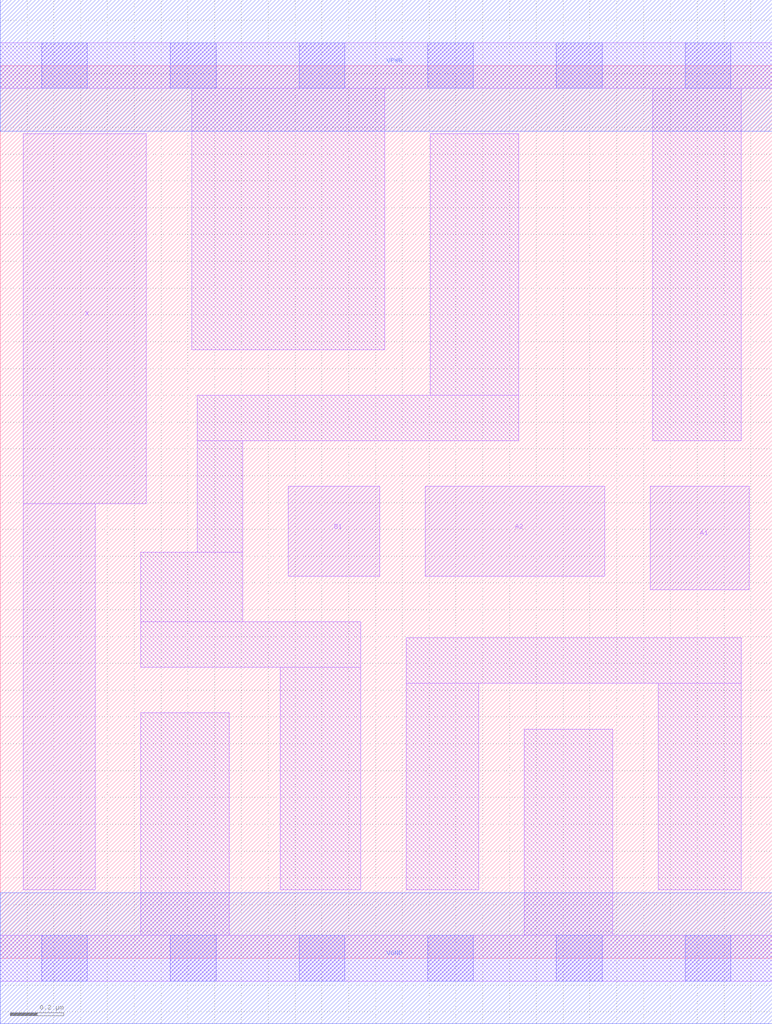
<source format=lef>
# Copyright 2020 The SkyWater PDK Authors
#
# Licensed under the Apache License, Version 2.0 (the "License");
# you may not use this file except in compliance with the License.
# You may obtain a copy of the License at
#
#     https://www.apache.org/licenses/LICENSE-2.0
#
# Unless required by applicable law or agreed to in writing, software
# distributed under the License is distributed on an "AS IS" BASIS,
# WITHOUT WARRANTIES OR CONDITIONS OF ANY KIND, either express or implied.
# See the License for the specific language governing permissions and
# limitations under the License.
#
# SPDX-License-Identifier: Apache-2.0

VERSION 5.7 ;
  NAMESCASESENSITIVE ON ;
  NOWIREEXTENSIONATPIN ON ;
  DIVIDERCHAR "/" ;
  BUSBITCHARS "[]" ;
UNITS
  DATABASE MICRONS 200 ;
END UNITS
MACRO sky130_fd_sc_lp__o21a_1
  CLASS CORE ;
  FOREIGN sky130_fd_sc_lp__o21a_1 ;
  ORIGIN  0.000000  0.000000 ;
  SIZE  2.880000 BY  3.330000 ;
  SYMMETRY X Y R90 ;
  SITE unit ;
  PIN A1
    ANTENNAGATEAREA  0.315000 ;
    DIRECTION INPUT ;
    USE SIGNAL ;
    PORT
      LAYER li1 ;
        RECT 2.425000 1.375000 2.795000 1.760000 ;
    END
  END A1
  PIN A2
    ANTENNAGATEAREA  0.315000 ;
    DIRECTION INPUT ;
    USE SIGNAL ;
    PORT
      LAYER li1 ;
        RECT 1.585000 1.425000 2.255000 1.760000 ;
    END
  END A2
  PIN B1
    ANTENNAGATEAREA  0.315000 ;
    DIRECTION INPUT ;
    USE SIGNAL ;
    PORT
      LAYER li1 ;
        RECT 1.075000 1.425000 1.415000 1.760000 ;
    END
  END B1
  PIN X
    ANTENNADIFFAREA  0.556500 ;
    DIRECTION OUTPUT ;
    USE SIGNAL ;
    PORT
      LAYER li1 ;
        RECT 0.085000 0.255000 0.355000 1.695000 ;
        RECT 0.085000 1.695000 0.545000 3.075000 ;
    END
  END X
  PIN VGND
    DIRECTION INOUT ;
    USE GROUND ;
    PORT
      LAYER met1 ;
        RECT 0.000000 -0.245000 2.880000 0.245000 ;
    END
  END VGND
  PIN VPWR
    DIRECTION INOUT ;
    USE POWER ;
    PORT
      LAYER met1 ;
        RECT 0.000000 3.085000 2.880000 3.575000 ;
    END
  END VPWR
  OBS
    LAYER li1 ;
      RECT 0.000000 -0.085000 2.880000 0.085000 ;
      RECT 0.000000  3.245000 2.880000 3.415000 ;
      RECT 0.525000  0.085000 0.855000 0.915000 ;
      RECT 0.525000  1.085000 1.345000 1.255000 ;
      RECT 0.525000  1.255000 0.905000 1.515000 ;
      RECT 0.715000  2.270000 1.435000 3.245000 ;
      RECT 0.735000  1.515000 0.905000 1.930000 ;
      RECT 0.735000  1.930000 1.935000 2.100000 ;
      RECT 1.045000  0.255000 1.345000 1.085000 ;
      RECT 1.515000  0.255000 1.785000 1.025000 ;
      RECT 1.515000  1.025000 2.765000 1.195000 ;
      RECT 1.605000  2.100000 1.935000 3.075000 ;
      RECT 1.955000  0.085000 2.285000 0.855000 ;
      RECT 2.435000  1.930000 2.765000 3.245000 ;
      RECT 2.455000  0.255000 2.765000 1.025000 ;
    LAYER mcon ;
      RECT 0.155000 -0.085000 0.325000 0.085000 ;
      RECT 0.155000  3.245000 0.325000 3.415000 ;
      RECT 0.635000 -0.085000 0.805000 0.085000 ;
      RECT 0.635000  3.245000 0.805000 3.415000 ;
      RECT 1.115000 -0.085000 1.285000 0.085000 ;
      RECT 1.115000  3.245000 1.285000 3.415000 ;
      RECT 1.595000 -0.085000 1.765000 0.085000 ;
      RECT 1.595000  3.245000 1.765000 3.415000 ;
      RECT 2.075000 -0.085000 2.245000 0.085000 ;
      RECT 2.075000  3.245000 2.245000 3.415000 ;
      RECT 2.555000 -0.085000 2.725000 0.085000 ;
      RECT 2.555000  3.245000 2.725000 3.415000 ;
  END
END sky130_fd_sc_lp__o21a_1
END LIBRARY

</source>
